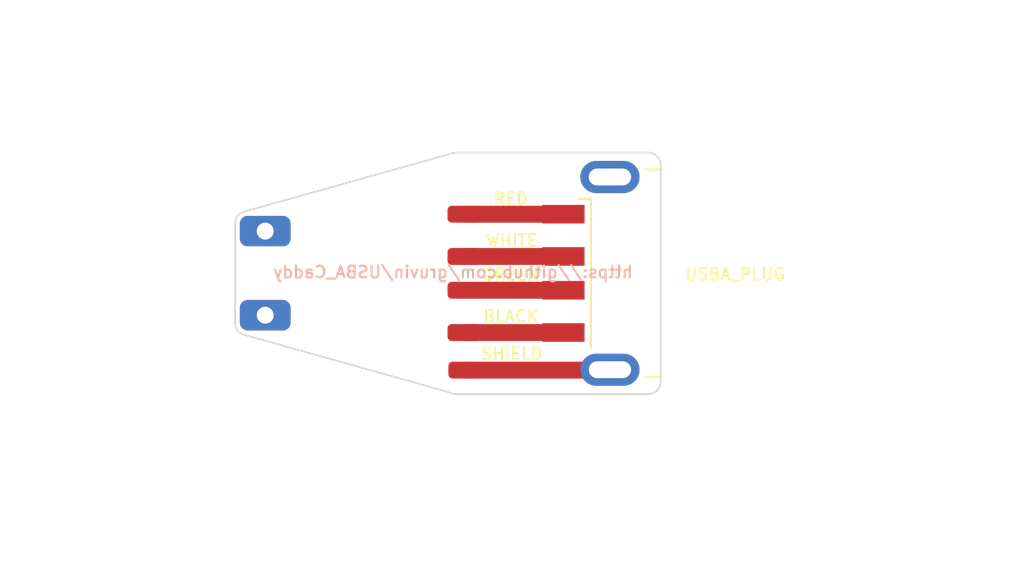
<source format=kicad_pcb>
(kicad_pcb (version 20211014) (generator pcbnew)
  (layers (0 "F.Cu" signal) (31 "B.Cu" signal) (34 "B.Paste" user) (35 "F.Paste" user) (36 "B.SilkS" user "B.Silkscreen") (37 "F.SilkS" user "F.Silkscreen") (38 "B.Mask" user) (39 "F.Mask" user) (44 "Edge.Cuts" user))
  (net 0 "")
  (footprint "Connector_Wire:SolderWirePad_1x01_SMD_1x2mm" (layer "F.Cu") (at 130.25 65.1756 90)
    (fp_text reference "WHITE" (at 0.94 2.798 180) (layer "F.SilkS") (effects (font (size 0.7 0.7) (thickness 0.125))))
    (fp_text value "SolderWirePad_1x01_SMD_1x2mm")
    (pad "1" smd roundrect (at 0 0 90) (size 1 2) (layers "F.Cu" "F.Paste" "F.Mask"))
  )
  (footprint "Connector_Wire:SolderWirePad_1x01_SMD_1x2mm" (layer "F.Cu") (at 130.302 71.8992 90)
    (fp_text reference "SHIELD" (at 0.962 2.748 180) (layer "F.SilkS") (effects (font (size 0.7 0.7) (thickness 0.125))))
    (fp_text value "SolderWirePad_1x01_SMD_1x2mm")
    (pad "1" smd roundrect (at 0 0 90) (size 1 2) (layers "F.Cu" "F.Paste" "F.Mask"))
  )
  (footprint "Connector_Wire:SolderWirePad_1x01_SMD_1x2mm" (layer "F.Cu") (at 130.25 67.1756 90)
    (fp_text reference "GREEN" (at 0.922 2.748 180) (layer "F.SilkS") (effects (font (size 0.7 0.7) (thickness 0.125))))
    (fp_text value "SolderWirePad_1x01_SMD_1x2mm")
    (pad "1" smd roundrect (at 0 0 90) (size 1 2) (layers "F.Cu" "F.Paste" "F.Mask"))
  )
  (footprint "Connector_Wire:SolderWirePad_1x01_SMD_1x2mm" (layer "F.Cu") (at 130.25 69.6756 90)
    (fp_text reference "BLACK" (at 0.962 2.748 180) (layer "F.SilkS") (effects (font (size 0.7 0.7) (thickness 0.125))))
    (fp_text value "SolderWirePad_1x01_SMD_1x2mm")
    (pad "1" smd roundrect (at 0 0 90) (size 1 2) (layers "F.Cu" "F.Paste" "F.Mask"))
  )
  (footprint "Connector_USB:USB_A_CNCTech_1001-011-01101_Horizontal" (layer "F.Cu") (at 145.75 66.1756)
    (fp_text reference "USBA_PLUG" (at 0.5 0.05) (layer "F.SilkS") (effects (font (size 0.7 0.7) (thickness 0.125))))
    (fp_text value "USB_A_CNCTech_1001-011-01101_Horizontal")
    (fp_line (start -4.85 -6.145) (end -3.8 -6.145) (layer "F.SilkS") (width 0.12))
    (fp_line (start -8.02 -4.4) (end -8.775 -4.4) (layer "F.SilkS") (width 0.12))
    (fp_line (start -4.85 6.145) (end -3.8 6.145) (layer "F.SilkS") (width 0.12))
    (fp_line (start -8.02 -4.4) (end -8.02 4.4) (layer "F.SilkS") (width 0.12))
    (pad "" np_thru_hole circle (at -6.9 2.3) (size 1.1 1.1) (drill 1.1) (layers *.Cu *.Mask))
    (pad "" np_thru_hole circle (at -6.9 -2.3) (size 1.1 1.1) (drill 1.1) (layers *.Cu *.Mask))
    (pad "1" smd rect (at -9.65 -3.5) (size 2.5 1.1) (layers "F.Cu" "F.Paste" "F.Mask"))
    (pad "2" smd rect (at -9.65 -1) (size 2.5 1.1) (layers "F.Cu" "F.Paste" "F.Mask"))
    (pad "3" smd rect (at -9.65 1) (size 2.5 1.1) (layers "F.Cu" "F.Paste" "F.Mask"))
    (pad "4" smd rect (at -9.65 3.5) (size 2.5 1.1) (layers "F.Cu" "F.Paste" "F.Mask"))
    (pad "5" thru_hole oval (at -6.9 5.7) (size 3.5 1.9) (drill oval 2.5 1) (layers *.Cu *.Mask))
    (pad "5" thru_hole oval (at -6.9 -5.7) (size 3.5 1.9) (drill oval 2.5 1) (layers *.Cu *.Mask))
  )
  (footprint "" (layer "F.Cu") (at 123.375 63.4256)
    (fp_text reference "" (at 0 0) (layer "F.SilkS") (effects (font (size 1.27 1.27))))
    (fp_text value "" (at 0 0) (layer "F.SilkS") (effects (font (size 1.27 1.27))))
    (pad "1" thru_hole roundrect (at -4.9 0.25 90) (size 1.8 3) (drill 1) (layers *.Cu *.Mask))
  )
  (footprint "Connector_Wire:SolderWirePad_1x01_SMD_1x2mm" (layer "F.Cu") (at 130.25 62.6756 90)
    (fp_text reference "RED" (at 0.9 2.748 180) (layer "F.SilkS") (effects (font (size 0.7 0.7) (thickness 0.125))))
    (fp_text value "SolderWirePad_1x01_SMD_1x2mm")
    (pad "1" smd roundrect (at 0 0 90) (size 1 2) (layers "F.Cu" "F.Paste" "F.Mask"))
  )
  (footprint "" (layer "F.Cu") (at 118.474999 68.6506)
    (fp_text reference "" (at 0 0) (layer "F.SilkS") (effects (font (size 1.27 1.27))))
    (fp_text value "" (at 0 0) (layer "F.SilkS") (effects (font (size 1.27 1.27))))
    (pad "1" thru_hole roundrect (at 0 0 90) (size 1.8 3) (drill 1) (layers *.Cu *.Mask))
  )
  (gr_arc (start 116.7 63.2006) (mid 116.846701 62.773034) (end 117.225 62.5256) (layer "Edge.Cuts") (width 0.1))
  (gr_line (start 129.25 59.1506) (end 117.225 62.5256) (layer "Edge.Cuts") (width 0.1))
  (gr_line (start 129.225 73.1756) (end 117.2 69.8006) (layer "Edge.Cuts") (width 0.1))
  (gr_arc (start 141.85 72.5756) (mid 141.63033 73.10593) (end 141.1 73.3256) (layer "Edge.Cuts") (width 0.1))
  (gr_arc (start 129.9 73.3256) (mid 129.554267 73.287648) (end 129.225 73.1756) (layer "Edge.Cuts") (width 0.1))
  (gr_line (start 141.85 72.5756) (end 141.85 59.7756) (layer "Edge.Cuts") (width 0.1))
  (gr_arc (start 141.1 59.0256) (mid 141.63033 59.24527) (end 141.85 59.7756) (layer "Edge.Cuts") (width 0.1))
  (gr_line (start 129.9 73.3256) (end 141.1 73.3256) (layer "Edge.Cuts") (width 0.1))
  (gr_arc (start 117.2 69.8006) (mid 116.831215 69.53554) (end 116.700446 69.100616) (layer "Edge.Cuts") (width 0.1))
  (gr_line (start 116.7 69.1006) (end 116.7 63.2006) (layer "Edge.Cuts") (width 0.1))
  (gr_line (start 141.1 59.0256) (end 129.9 59.0256) (layer "Edge.Cuts") (width 0.1))
  (gr_arc (start 129.25 59.1506) (mid 129.569045 59.057134) (end 129.9 59.0256) (layer "Edge.Cuts") (width 0.1))
  (gr_text "https://github.com/gruvin/USBA_Caddy" (at 129.575 66.1006) (layer "B.SilkS") (effects (font (size 0.7 0.7) (thickness 0.125)) (justify mirror)))
  (segment (start 136.1 67.1756) (end 130.25 67.1756) (width 1) (layer "F.Cu") (net 0))
  (segment (start 136.1 65.1756) (end 130.25 65.1756) (width 1) (layer "F.Cu") (net 0))
  (segment (start 130.302 71.8992) (end 138.85 71.8992) (width 1) (layer "F.Cu") (net 0))
  (segment (start 136.1 62.6756) (end 130.25 62.6756) (width 1) (layer "F.Cu") (net 0))
  (segment (start 136.1 69.6756) (end 130.25 69.6756) (width 1) (layer "F.Cu") (net 0))
)
</source>
